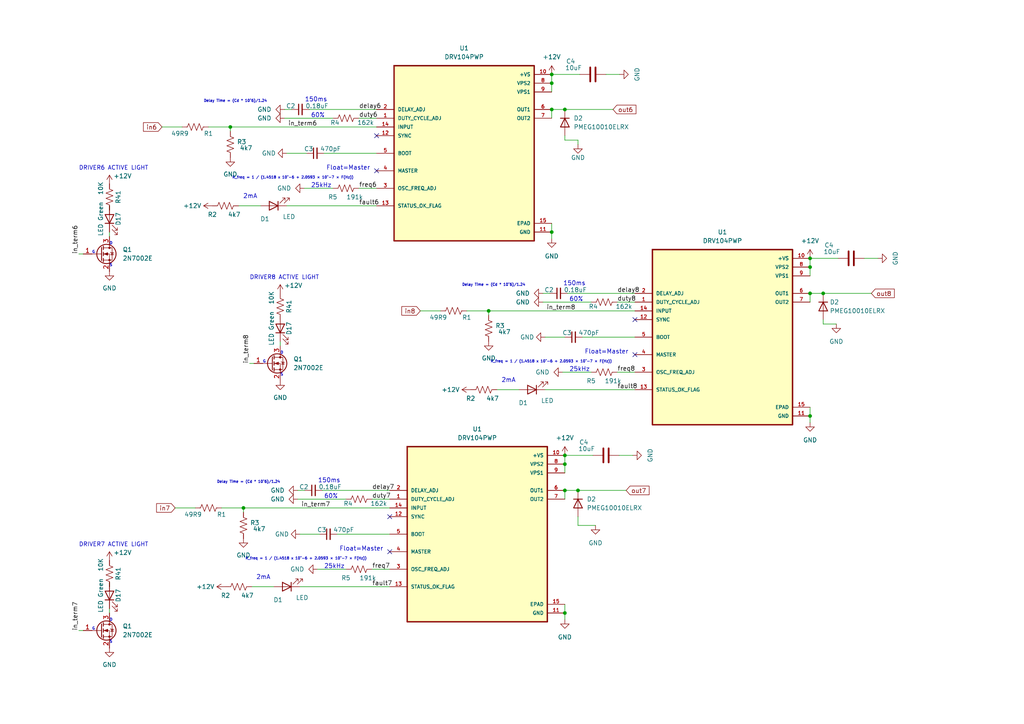
<source format=kicad_sch>
(kicad_sch (version 20230121) (generator eeschema)
  (paper "A4")
  (lib_symbols
    (symbol "DRV104PWP:DRV104PWP" (pin_names (offset 1.016))
      (property "Reference" "U" (at -20.32 26.4 0))
      (property "Value" "DRV104PWP" (at -20.32 -29.4 0))
      (symbol "DRV104PWP_0_0"
        (rectangle (start -20.32 -25.4) (end 20.32 25.4) (stroke (width 0.41)) (fill (type background)))
        (pin input line (at -25.4 10.16 0) (length 5.08) (name "DUTY_CYCLE_ADJ") (number "1"))
        (pin power_in line (at 25.4 22.86 180) (length 5.08) (name "+VS") (number "10"))
        (pin power_in line (at 25.4 -22.86 180) (length 5.08) (name "GND") (number "11"))
        (pin input line (at -25.4 5.08 0) (length 5.08) (name "SYNC") (number "12"))
        (pin bidirectional line (at -25.4 -15.24 0) (length 5.08) (name "STATUS_OK_FLAG") (number "13"))
        (pin input line (at -25.4 7.62 0) (length 5.08) (name "INPUT") (number "14"))
        (pin power_in line (at 25.4 -20.32 180) (length 5.08) (name "EPAD") (number "15"))
        (pin input line (at -25.4 12.7 0) (length 5.08) (name "DELAY_ADJ") (number "2"))
        (pin bidirectional line (at -25.4 -10.16 0) (length 5.08) (name "OSC_FREQ_ADJ") (number "3"))
        (pin bidirectional line (at -25.4 -5.08 0) (length 5.08) (name "MASTER") (number "4"))
        (pin bidirectional line (at -25.4 0 0) (length 5.08) (name "BOOT") (number "5"))
        (pin output line (at 25.4 12.7 180) (length 5.08) (name "OUT1") (number "6"))
        (pin output line (at 25.4 10.16 180) (length 5.08) (name "OUT2") (number "7"))
        (pin power_in line (at 25.4 20.32 180) (length 5.08) (name "VPS2") (number "8"))
        (pin power_in line (at 25.4 17.78 180) (length 5.08) (name "VPS1") (number "9"))
      )
    )
    (symbol "Device:C" (pin_numbers hide) (pin_names (offset 0.254))
      (property "Reference" "C" (at 0.635 2.54 0))
      (property "Value" "C" (at 0.635 -2.54 0))
      (symbol "C_0_1"
        (polyline (pts (xy -2.032 -0.762) (xy 2.032 -0.762)) (stroke (width 0.508)))
        (polyline (pts (xy -2.032 0.762) (xy 2.032 0.762)) (stroke (width 0.508)))
      )
      (symbol "C_1_1"
        (pin passive line (at 0 3.81 270) (length 2.794) (name "~") (number "1"))
        (pin passive line (at 0 -3.81 90) (length 2.794) (name "~") (number "2"))
      )
    )
    (symbol "Device:C_Small" (pin_numbers hide) (pin_names (offset 0.254) hide)
      (property "Reference" "C" (at 0.254 1.778 0))
      (property "Value" "C_Small" (at 0.254 -2.032 0))
      (symbol "C_Small_0_1"
        (polyline (pts (xy -1.524 -0.508) (xy 1.524 -0.508)) (stroke (width 0.3302)))
        (polyline (pts (xy -1.524 0.508) (xy 1.524 0.508)) (stroke (width 0.3048)))
      )
      (symbol "C_Small_1_1"
        (pin passive line (at 0 2.54 270) (length 2.032) (name "~") (number "1"))
        (pin passive line (at 0 -2.54 90) (length 2.032) (name "~") (number "2"))
      )
    )
    (symbol "Device:D" (pin_numbers hide) (pin_names (offset 1.016) hide)
      (property "Reference" "D" (at 0 2.54 0))
      (property "Value" "D" (at 0 -2.54 0))
      (symbol "D_0_1"
        (polyline (pts (xy -1.27 1.27) (xy -1.27 -1.27)) (stroke (width 0.254)))
        (polyline (pts (xy 1.27 0) (xy -1.27 0)))
        (polyline (pts (xy 1.27 1.27) (xy 1.27 -1.27) (xy -1.27 0) (xy 1.27 1.27)) (stroke (width 0.254)))
      )
      (symbol "D_1_1"
        (pin passive line (at -3.81 0 0) (length 2.54) (name "K") (number "1"))
        (pin passive line (at 3.81 0 180) (length 2.54) (name "A") (number "2"))
      )
    )
    (symbol "Device:LED" (pin_numbers hide) (pin_names (offset 1.016) hide)
      (property "Reference" "D" (at 0 2.54 0))
      (property "Value" "LED" (at 0 -2.54 0))
      (symbol "LED_0_1"
        (polyline (pts (xy -1.27 -1.27) (xy -1.27 1.27)) (stroke (width 0.254)))
        (polyline (pts (xy -1.27 0) (xy 1.27 0)))
        (polyline (pts (xy 1.27 -1.27) (xy 1.27 1.27) (xy -1.27 0) (xy 1.27 -1.27)) (stroke (width 0.254)))
        (polyline (pts (xy -3.048 -0.762) (xy -4.572 -2.286) (xy -3.81 -2.286) (xy -4.572 -2.286) (xy -4.572 -1.524)))
        (polyline (pts (xy -1.778 -0.762) (xy -3.302 -2.286) (xy -2.54 -2.286) (xy -3.302 -2.286) (xy -3.302 -1.524)))
      )
      (symbol "LED_1_1"
        (pin passive line (at -3.81 0 0) (length 2.54) (name "K") (number "1"))
        (pin passive line (at 3.81 0 180) (length 2.54) (name "A") (number "2"))
      )
    )
    (symbol "Device:R_US" (pin_numbers hide) (pin_names (offset 0))
      (property "Reference" "R" (at 2.54 0 90))
      (property "Value" "R_US" (at -2.54 0 90))
      (symbol "R_US_0_1"
        (polyline (pts (xy 0 -2.286) (xy 0 -2.54)))
        (polyline (pts (xy 0 2.286) (xy 0 2.54)))
        (polyline (pts (xy 0 -0.762) (xy 1.016 -1.143) (xy 0 -1.524) (xy -1.016 -1.905) (xy 0 -2.286)))
        (polyline (pts (xy 0 0.762) (xy 1.016 0.381) (xy 0 0) (xy -1.016 -0.381) (xy 0 -0.762)))
        (polyline (pts (xy 0 2.286) (xy 1.016 1.905) (xy 0 1.524) (xy -1.016 1.143) (xy 0 0.762)))
      )
      (symbol "R_US_1_1"
        (pin passive line (at 0 3.81 270) (length 1.27) (name "~") (number "1"))
        (pin passive line (at 0 -3.81 90) (length 1.27) (name "~") (number "2"))
      )
    )
    (symbol "Transistor_FET:2N7002E" (pin_names hide)
      (property "Reference" "Q" (at 5.08 1.905 0))
      (property "Value" "2N7002E" (at 5.08 0 0))
      (symbol "2N7002E_0_1"
        (polyline (pts (xy 0.254 0) (xy -2.54 0)))
        (polyline (pts (xy 0.254 1.905) (xy 0.254 -1.905)) (stroke (width 0.254)))
        (polyline (pts (xy 0.762 -1.27) (xy 0.762 -2.286)) (stroke (width 0.254)))
        (polyline (pts (xy 0.762 0.508) (xy 0.762 -0.508)) (stroke (width 0.254)))
        (polyline (pts (xy 0.762 2.286) (xy 0.762 1.27)) (stroke (width 0.254)))
        (polyline (pts (xy 2.54 2.54) (xy 2.54 1.778)))
        (polyline (pts (xy 2.54 -2.54) (xy 2.54 0) (xy 0.762 0)))
        (polyline (pts (xy 0.762 -1.778) (xy 3.302 -1.778) (xy 3.302 1.778) (xy 0.762 1.778)))
        (polyline (pts (xy 1.016 0) (xy 2.032 0.381) (xy 2.032 -0.381) (xy 1.016 0)) (fill (type outline)))
        (polyline (pts (xy 2.794 0.508) (xy 2.921 0.381) (xy 3.683 0.381) (xy 3.81 0.254)))
        (polyline (pts (xy 3.302 0.381) (xy 2.921 -0.254) (xy 3.683 -0.254) (xy 3.302 0.381)))
        (circle (center 1.651 0) (radius 2.794) (stroke (width 0.254)))
        (circle (center 2.54 -1.778) (radius 0.254) (fill (type outline)))
        (circle (center 2.54 1.778) (radius 0.254) (fill (type outline)))
      )
      (symbol "2N7002E_1_1"
        (pin input line (at -5.08 0 0) (length 2.54) (name "G") (number "1"))
        (pin passive line (at 2.54 -5.08 90) (length 2.54) (name "S") (number "2"))
        (pin passive line (at 2.54 5.08 270) (length 2.54) (name "D") (number "3"))
      )
    )
    (symbol "power:+12V" (power) (pin_names (offset 0))
      (property "Value" "+12V" (at 0 3.556 0))
      (symbol "+12V_0_1"
        (polyline (pts (xy -0.762 1.27) (xy 0 2.54)))
        (polyline (pts (xy 0 0) (xy 0 2.54)))
        (polyline (pts (xy 0 2.54) (xy 0.762 1.27)))
      )
      (symbol "+12V_1_1"
        (pin power_in line (at 0 0 90) (length 0) hide (name "+12V") (number "1"))
      )
    )
    (symbol "power:GND" (power) (pin_names (offset 0))
      (property "Value" "GND" (at 0 -3.81 0))
      (symbol "GND_0_1"
        (polyline (pts (xy 0 0) (xy 0 -1.27) (xy 1.27 -1.27) (xy 0 -2.54) (xy -1.27 -1.27) (xy 0 -1.27)))
      )
      (symbol "GND_1_1"
        (pin power_in line (at 0 0 270) (length 0) hide (name "GND") (number "1"))
      )
    )
  )
  (junction (at 234.95 120.65))
  (junction (at 160.02 24.13))
  (junction (at 163.83 31.75))
  (junction (at 163.83 134.62))
  (junction (at 163.83 177.8))
  (junction (at 163.83 142.24))
  (junction (at 70.612 147.32))
  (junction (at 160.02 67.31))
  (junction (at 163.83 132.08))
  (junction (at 160.02 21.59))
  (junction (at 167.64 142.24))
  (junction (at 160.02 31.75))
  (junction (at 66.802 36.83))
  (junction (at 238.76 85.09))
  (junction (at 234.95 74.93))
  (junction (at 141.732 90.17))
  (junction (at 234.95 77.47))
  (junction (at 234.95 85.09))
  (no_connect (at 109.22 49.53))
  (no_connect (at 184.15 92.71))
  (no_connect (at 113.03 149.86))
  (no_connect (at 113.03 160.02))
  (no_connect (at 109.22 39.37))
  (no_connect (at 184.15 102.87))
  (wire (pts (xy 81.28 92.71) (xy 81.28 91.44)))
  (wire (pts (xy 163.83 175.26) (xy 163.83 177.8)))
  (wire (pts (xy 234.95 85.09) (xy 238.76 85.09)))
  (wire (pts (xy 93.472 142.24) (xy 113.03 142.24)))
  (wire (pts (xy 238.76 93.98) (xy 242.57 93.98)))
  (wire (pts (xy 83.185 59.69) (xy 109.22 59.69)))
  (wire (pts (xy 234.95 120.65) (xy 234.95 122.555)))
  (wire (pts (xy 107.95 165.1) (xy 113.03 165.1)))
  (wire (pts (xy 157.48 87.63) (xy 171.45 87.63)))
  (wire (pts (xy 86.995 170.18) (xy 113.03 170.18)))
  (wire (pts (xy 158.115 113.03) (xy 184.15 113.03)))
  (wire (pts (xy 234.95 85.09) (xy 234.95 87.63)))
  (wire (pts (xy 234.95 118.11) (xy 234.95 120.65)))
  (wire (pts (xy 168.148 21.59) (xy 160.02 21.59)))
  (wire (pts (xy 250.698 74.93) (xy 254.635 74.93)))
  (wire (pts (xy 160.02 24.13) (xy 160.02 26.67)))
  (wire (pts (xy 22.86 73.66) (xy 24.13 73.66)))
  (wire (pts (xy 167.64 41.91) (xy 167.64 40.64)))
  (wire (pts (xy 168.91 97.79) (xy 184.15 97.79)))
  (wire (pts (xy 50.8 147.32) (xy 56.642 147.32)))
  (wire (pts (xy 93.98 44.45) (xy 109.22 44.45)))
  (wire (pts (xy 238.76 85.09) (xy 252.73 85.09)))
  (wire (pts (xy 84.582 31.75) (xy 82.55 31.75)))
  (wire (pts (xy 163.195 107.95) (xy 171.45 107.95)))
  (wire (pts (xy 60.452 36.83) (xy 66.802 36.83)))
  (wire (pts (xy 82.55 34.29) (xy 96.52 34.29)))
  (wire (pts (xy 171.958 132.08) (xy 163.83 132.08)))
  (wire (pts (xy 66.802 36.83) (xy 109.22 36.83)))
  (wire (pts (xy 88.392 142.24) (xy 86.36 142.24)))
  (wire (pts (xy 46.99 36.83) (xy 52.832 36.83)))
  (wire (pts (xy 167.64 149.86) (xy 167.64 152.4)))
  (wire (pts (xy 179.578 132.08) (xy 183.515 132.08)))
  (wire (pts (xy 107.95 144.78) (xy 113.03 144.78)))
  (wire (pts (xy 243.078 74.93) (xy 234.95 74.93)))
  (wire (pts (xy 31.75 60.96) (xy 31.75 59.69)))
  (wire (pts (xy 89.662 31.75) (xy 109.22 31.75)))
  (wire (pts (xy 160.02 64.77) (xy 160.02 67.31)))
  (wire (pts (xy 73.025 170.18) (xy 79.375 170.18)))
  (wire (pts (xy 163.83 97.79) (xy 158.115 97.79)))
  (wire (pts (xy 163.83 177.8) (xy 163.83 179.705)))
  (wire (pts (xy 70.612 147.32) (xy 113.03 147.32)))
  (wire (pts (xy 141.732 90.17) (xy 141.732 91.44)))
  (wire (pts (xy 163.83 31.75) (xy 177.8 31.75)))
  (wire (pts (xy 121.92 90.17) (xy 127.762 90.17)))
  (wire (pts (xy 179.07 107.95) (xy 184.15 107.95)))
  (wire (pts (xy 160.02 67.31) (xy 160.02 69.215)))
  (wire (pts (xy 160.02 31.75) (xy 160.02 34.29)))
  (wire (pts (xy 104.14 34.29) (xy 109.22 34.29)))
  (wire (pts (xy 167.64 40.64) (xy 163.83 40.64)))
  (wire (pts (xy 160.02 21.59) (xy 160.02 24.13)))
  (wire (pts (xy 160.02 31.75) (xy 163.83 31.75)))
  (wire (pts (xy 64.262 147.32) (xy 70.612 147.32)))
  (wire (pts (xy 70.612 147.32) (xy 70.612 148.59)))
  (wire (pts (xy 66.802 36.83) (xy 66.802 38.1)))
  (wire (pts (xy 167.64 142.24) (xy 181.61 142.24)))
  (wire (pts (xy 238.76 92.71) (xy 238.76 93.98)))
  (wire (pts (xy 97.79 154.94) (xy 113.03 154.94)))
  (wire (pts (xy 234.95 77.47) (xy 234.95 80.01)))
  (wire (pts (xy 234.95 74.93) (xy 234.95 77.47)))
  (wire (pts (xy 88.265 54.61) (xy 96.52 54.61)))
  (wire (pts (xy 163.83 132.08) (xy 163.83 134.62)))
  (wire (pts (xy 164.592 85.09) (xy 184.15 85.09)))
  (wire (pts (xy 69.215 59.69) (xy 75.565 59.69)))
  (wire (pts (xy 31.75 67.31) (xy 31.75 68.58)))
  (wire (pts (xy 163.83 142.24) (xy 167.64 142.24)))
  (wire (pts (xy 179.07 87.63) (xy 184.15 87.63)))
  (wire (pts (xy 163.83 134.62) (xy 163.83 137.16)))
  (wire (pts (xy 86.36 144.78) (xy 100.33 144.78)))
  (wire (pts (xy 135.382 90.17) (xy 141.732 90.17)))
  (wire (pts (xy 104.14 54.61) (xy 109.22 54.61)))
  (wire (pts (xy 92.71 154.94) (xy 86.995 154.94)))
  (wire (pts (xy 88.9 44.45) (xy 83.185 44.45)))
  (wire (pts (xy 175.768 21.59) (xy 179.705 21.59)))
  (wire (pts (xy 159.512 85.09) (xy 157.48 85.09)))
  (wire (pts (xy 92.075 165.1) (xy 100.33 165.1)))
  (wire (pts (xy 72.39 105.41) (xy 73.66 105.41)))
  (wire (pts (xy 31.75 170.18) (xy 31.75 168.91)))
  (wire (pts (xy 163.83 142.24) (xy 163.83 144.78)))
  (wire (pts (xy 163.83 40.64) (xy 163.83 39.37)))
  (wire (pts (xy 167.64 152.4) (xy 172.72 152.4)))
  (wire (pts (xy 31.75 176.53) (xy 31.75 177.8)))
  (wire (pts (xy 141.732 90.17) (xy 184.15 90.17)))
  (wire (pts (xy 144.145 113.03) (xy 150.495 113.03)))
  (wire (pts (xy 81.28 99.06) (xy 81.28 100.33)))
  (wire (pts (xy 22.86 182.88) (xy 24.13 182.88)))
  (text "G" (at 26.67 73.66 0) (effects (font (size 0.75 0.75)) (justify left bottom)))
  (text "Delay Time = (Cd * 10^6)/1.24" (at 62.865 140.335 0) (effects (font (size 0.75 0.75)) (justify left bottom)))
  (text "25kHz" (at 93.98 165.1 0) (effects (font (size 1.27 1.27)) (justify left bottom)))
  (text "S" (at 81.28 109.22 0) (effects (font (size 0.75 0.75)) (justify left bottom)))
  (text "60%" (at 93.98 144.78 0) (effects (font (size 1.27 1.27)) (justify left bottom)))
  (text "G" (at 76.2 105.41 0) (effects (font (size 0.75 0.75)) (justify left bottom)))
  (text "Delay Time = (Cd * 10^6)/1.24" (at 133.985 83.185 0) (effects (font (size 0.75 0.75)) (justify left bottom)))
  (text "R_freq = 1 / (1.4518 x 10^−6 + 2.0593 × 10^−7 × F(Hz))" (at 71.12 162.56 0) (effects (font (size 0.75 0.75)) (justify left bottom)))
  (text "25kHz" (at 90.17 54.61 0) (effects (font (size 1.27 1.27)) (justify left bottom)))
  (text "150ms" (at 92.202 140.208 0) (effects (font (size 1.27 1.27)) (justify left bottom)))
  (text "25kHz" (at 165.1 107.95 0) (effects (font (size 1.27 1.27)) (justify left bottom)))
  (text "150ms" (at 163.322 83.058 0) (effects (font (size 1.27 1.27)) (justify left bottom)))
  (text "DRIVER7 ACTIVE LIGHT" (at 22.86 158.75 0) (effects (font (size 1.2 1.2)) (justify left bottom)))
  (text "Delay Time = (Cd * 10^6)/1.24" (at 59.055 29.845 0) (effects (font (size 0.75 0.75)) (justify left bottom)))
  (text "R_freq = 1 / (1.4518 x 10^−6 + 2.0593 × 10^−7 × F(Hz))" (at 142.24 105.41 0) (effects (font (size 0.75 0.75)) (justify left bottom)))
  (text "2mA" (at 70.485 57.785 0) (effects (font (size 1.27 1.27)) (justify left bottom)))
  (text "2mA" (at 145.415 111.125 0) (effects (font (size 1.27 1.27)) (justify left bottom)))
  (text "D" (at 31.75 180.34 0) (effects (font (size 0.75 0.75)) (justify left bottom)))
  (text "DRIVER6 ACTIVE LIGHT" (at 22.86 49.53 0) (effects (font (size 1.2 1.2)) (justify left bottom)))
  (text "150ms" (at 88.392 29.718 0) (effects (font (size 1.27 1.27)) (justify left bottom)))
  (text "Float=Master" (at 169.545 102.87 0) (effects (font (size 1.27 1.27)) (justify left bottom)))
  (text "Float=Master" (at 94.615 49.53 0) (effects (font (size 1.27 1.27)) (justify left bottom)))
  (text "S" (at 31.75 186.69 0) (effects (font (size 0.75 0.75)) (justify left bottom)))
  (text "60%" (at 165.1 87.63 0) (effects (font (size 1.27 1.27)) (justify left bottom)))
  (text "D" (at 81.28 102.87 0) (effects (font (size 0.75 0.75)) (justify left bottom)))
  (text "60%" (at 90.17 34.29 0) (effects (font (size 1.27 1.27)) (justify left bottom)))
  (text "Float=Master" (at 98.425 160.02 0) (effects (font (size 1.27 1.27)) (justify left bottom)))
  (text "G" (at 26.67 182.88 0) (effects (font (size 0.75 0.75)) (justify left bottom)))
  (text "DRIVER8 ACTIVE LIGHT" (at 72.39 81.28 0) (effects (font (size 1.2 1.2)) (justify left bottom)))
  (text "S" (at 31.75 77.47 0) (effects (font (size 0.75 0.75)) (justify left bottom)))
  (text "R_freq = 1 / (1.4518 x 10^−6 + 2.0593 × 10^−7 × F(Hz))" (at 67.31 52.07 0) (effects (font (size 0.75 0.75)) (justify left bottom)))
  (text "D" (at 31.75 71.12 0) (effects (font (size 0.75 0.75)) (justify left bottom)))
  (text "2mA" (at 74.295 168.275 0) (effects (font (size 1.27 1.27)) (justify left bottom)))
  (label "fault8" (at 179.07 113.03 0))
  (label "in_term7" (at 22.86 182.88 90))
  (label "in_term8" (at 72.39 105.41 90))
  (label "in_term6" (at 83.566 36.83 0))
  (label "in_term6" (at 22.86 73.66 90))
  (label "delay8" (at 179.07 85.09 0))
  (label "duty6" (at 104.14 34.29 0))
  (label "freq6" (at 104.14 54.61 0))
  (label "in_term8" (at 158.496 90.17 0))
  (label "freq8" (at 179.07 107.95 0))
  (label "fault6" (at 104.14 59.69 0))
  (label "freq7" (at 107.95 165.1 0))
  (label "duty7" (at 107.95 144.78 0))
  (label "duty8" (at 179.07 87.63 0))
  (label "fault7" (at 107.95 170.18 0))
  (label "in_term7" (at 87.376 147.32 0))
  (label "delay6" (at 104.14 31.75 0))
  (label "delay7" (at 107.95 142.24 0))
  (global_label "in7" (shape input) (at 50.8 147.32 180) (property "Intersheetrefs" "${INTERSHEET_REFS}" (effects hide)))
  (global_label "out8" (shape input) (at 252.73 85.09 0) (property "Intersheetrefs" "${INTERSHEET_REFS}" (effects hide)))
  (global_label "in6" (shape input) (at 46.99 36.83 180) (property "Intersheetrefs" "${INTERSHEET_REFS}" (effects hide)))
  (global_label "in8" (shape input) (at 121.92 90.17 180) (property "Intersheetrefs" "${INTERSHEET_REFS}" (effects hide)))
  (global_label "out7" (shape input) (at 181.61 142.24 0) (property "Intersheetrefs" "${INTERSHEET_REFS}" (effects hide)))
  (global_label "out6" (shape input) (at 177.8 31.75 0) (property "Intersheetrefs" "${INTERSHEET_REFS}" (effects hide)))
  (symbol (lib_id "Device:D") (at 167.64 146.05 270) (unit 1)
    (property "Reference" "D2" (at 170.18 144.78 90) (effects (justify left)))
    (property "Value" "PMEG10010ELRX" (at 170.18 147.32 90) (effects (justify left)))
    (property "Footprint" "Diode_SMD:Nexperia_CFP3_SOD-123W" (effects hide))
    (property "Sim.Device" "D" (effects hide))
    (property "Sim.Pins" "1=K 2=A" (effects hide))
    (property "PartNum" "PMEG10010ELRX" (effects hide))
    (property "Mfg" "Nexperia" (effects hide))
    (instances (project "8ch-driver-v0" (path "" (reference "D2") (unit 1)) (path "" (reference "D6") (unit 1)) (path "" (reference "D15") (unit 1))) (project "driver-v0" (path "" (reference "D2") (unit 1))))
  )
  (symbol (lib_id "Device:C_Small") (at 95.25 154.94 90) (unit 1)
    (property "Reference" "C3" (at 93.345 153.67 90))
    (property "Value" "470pF" (at 99.695 153.67 90))
    (property "Footprint" "Capacitor_SMD:C_0805_2012Metric" (effects hide))
    (property "PartNum" "C0805C471K5RAC7800" (effects hide))
    (property "Mfg" "Kemet" (effects hide))
    (instances (project "8ch-driver-v0" (path "" (reference "C3") (unit 1)) (path "" (reference "C9") (unit 1)) (path "" (reference "C20") (unit 1))) (project "driver-v0" (path "" (reference "C5") (unit 1))))
  )
  (symbol (lib_id "power:+12V") (at 31.75 53.34 0) (unit 1)
    (property "Reference" "#PWR092" (effects hide))
    (property "Value" "+12V" (at 35.56 51.054 0))
    (instances (project "8ch-driver-v0" (path "" (reference "#PWR092") (unit 1)) (path "" (reference "#PWR0102") (unit 1))) (project "driver-v0" (path "" (reference "#PWR04") (unit 1))))
  )
  (symbol (lib_id "power:GND") (at 31.75 78.74 0) (unit 1)
    (property "Reference" "#PWR093" (effects hide))
    (property "Value" "GND" (at 31.75 83.566 0))
    (instances (project "8ch-driver-v0" (path "" (reference "#PWR093") (unit 1)) (path "" (reference "#PWR0103") (unit 1))) (project "driver-v0" (path "" (reference "#PWR014") (unit 1))))
  )
  (symbol (lib_id "DRV104PWP:DRV104PWP") (at 134.62 44.45 0) (unit 1)
    (property "Reference" "U1" (at 134.62 13.97 0))
    (property "Value" "DRV104PWP" (at 134.62 16.51 0))
    (property "Footprint" "Solenoid_Driver:IC_TPS27S100BPWPR" (effects hide))
    (property "PartNum" "DRV104PWP" (effects hide))
    (property "Mfg" "TI" (effects hide))
    (instances (project "8ch-driver-v0" (path "" (reference "U1") (unit 1)) (path "" (reference "U5") (unit 1)) (path "" (reference "U6") (unit 1))) (project "driver-v0" (path "" (reference "U1") (unit 1))))
  )
  (symbol (lib_id "power:GND") (at 167.64 41.91 0) (unit 1)
    (property "Reference" "#PWR013" (effects hide))
    (property "Value" "GND" (at 167.64 45.72 0))
    (instances (project "8ch-driver-v0" (path "" (reference "#PWR013") (unit 1)) (path "" (reference "#PWR057") (unit 1)) (path "" (reference "#PWR084") (unit 1))) (project "driver-v0" (path "" (reference "#PWR02") (unit 1))))
  )
  (symbol (lib_id "power:GND") (at 158.115 97.79 270) (unit 1)
    (property "Reference" "#PWR09" (effects hide))
    (property "Value" "GND" (at 154.94 97.79 90) (effects (justify right)))
    (instances (project "8ch-driver-v0" (path "" (reference "#PWR09") (unit 1)) (path "" (reference "#PWR042") (unit 1)) (path "" (reference "#PWR078") (unit 1))) (project "driver-v0" (path "" (reference "#PWR09") (unit 1))))
  )
  (symbol (lib_id "Device:C_Small") (at 90.932 142.24 90) (unit 1)
    (property "Reference" "C2" (at 88.138 141.224 90))
    (property "Value" "0.18uF" (at 95.758 141.224 90))
    (property "Footprint" "Capacitor_SMD:C_0805_2012Metric" (effects hide))
    (property "PartNum" "08053C184KAT2A" (effects hide))
    (property "Mfg" "KYOCERA AVX" (effects hide))
    (instances (project "8ch-driver-v0" (path "" (reference "C2") (unit 1)) (path "" (reference "C8") (unit 1)) (path "" (reference "C18") (unit 1))) (project "driver-v0" (path "" (reference "C4") (unit 1))))
  )
  (symbol (lib_id "power:+12V") (at 234.95 74.93 0) (unit 1)
    (property "Reference" "#PWR011" (effects hide))
    (property "Value" "+12V" (at 234.95 69.85 0))
    (instances (project "8ch-driver-v0" (path "" (reference "#PWR011") (unit 1)) (path "" (reference "#PWR044") (unit 1)) (path "" (reference "#PWR088") (unit 1))) (project "driver-v0" (path "" (reference "#PWR05") (unit 1))))
  )
  (symbol (lib_id "power:+12V") (at 65.405 170.18 90) (unit 1)
    (property "Reference" "#PWR05" (effects hide))
    (property "Value" "+12V" (at 62.23 170.18 90) (effects (justify left)))
    (instances (project "8ch-driver-v0" (path "" (reference "#PWR05") (unit 1)) (path "" (reference "#PWR027") (unit 1)) (path "" (reference "#PWR062") (unit 1))) (project "driver-v0" (path "" (reference "#PWR010") (unit 1))))
  )
  (symbol (lib_id "power:GND") (at 179.705 21.59 90) (unit 1)
    (property "Reference" "#PWR014" (effects hide))
    (property "Value" "GND" (at 184.785 21.59 0))
    (instances (project "8ch-driver-v0" (path "" (reference "#PWR014") (unit 1)) (path "" (reference "#PWR058") (unit 1)) (path "" (reference "#PWR086") (unit 1))) (project "driver-v0" (path "" (reference "#PWR012") (unit 1))))
  )
  (symbol (lib_id "power:GND") (at 254.635 74.93 90) (unit 1)
    (property "Reference" "#PWR014" (effects hide))
    (property "Value" "GND" (at 259.715 74.93 0))
    (instances (project "8ch-driver-v0" (path "" (reference "#PWR014") (unit 1)) (path "" (reference "#PWR047") (unit 1)) (path "" (reference "#PWR091") (unit 1))) (project "driver-v0" (path "" (reference "#PWR012") (unit 1))))
  )
  (symbol (lib_id "Device:R_US") (at 140.335 113.03 90) (unit 1)
    (property "Reference" "R2" (at 136.525 115.57 90))
    (property "Value" "4k7" (at 142.875 115.57 90))
    (property "Footprint" "Resistor_SMD:R_0805_2012Metric" (effects hide))
    (property "PartNum" "RC0805JR-074K7L" (effects hide))
    (property "Mfg" "Yageo" (effects hide))
    (instances (project "8ch-driver-v0" (path "" (reference "R2") (unit 1)) (path "" (reference "R17") (unit 1)) (path "" (reference "R37") (unit 1))) (project "driver-v0" (path "" (reference "R4") (unit 1))))
  )
  (symbol (lib_id "power:GND") (at 82.55 34.29 270) (unit 1)
    (property "Reference" "#PWR08" (effects hide))
    (property "Value" "GND" (at 78.74 34.29 90) (effects (justify right)))
    (instances (project "8ch-driver-v0" (path "" (reference "#PWR08") (unit 1)) (path "" (reference "#PWR052") (unit 1)) (path "" (reference "#PWR066") (unit 1))) (project "driver-v0" (path "" (reference "#PWR07") (unit 1))))
  )
  (symbol (lib_id "Transistor_FET:2N7002E") (at 29.21 73.66 0) (unit 1)
    (property "Reference" "Q1" (at 35.56 72.39 0) (effects (justify left)))
    (property "Value" "2N7002E" (at 35.56 74.93 0) (effects (justify left)))
    (property "Footprint" "Package_TO_SOT_SMD:SOT-23" (effects hide))
    (property "Datasheet" "http://www.diodes.com/assets/Datasheets/ds30376.pdf" (effects hide))
    (instances (project "8ch-driver-v0" (path "" (reference "Q1") (unit 1)) (path "" (reference "Q6") (unit 1))))
  )
  (symbol (lib_id "Device:C_Small") (at 166.37 97.79 90) (unit 1)
    (property "Reference" "C3" (at 164.465 96.52 90))
    (property "Value" "470pF" (at 170.815 96.52 90))
    (property "Footprint" "Capacitor_SMD:C_0805_2012Metric" (effects hide))
    (property "PartNum" "C0805C471K5RAC7800" (effects hide))
    (property "Mfg" "Kemet" (effects hide))
    (instances (project "8ch-driver-v0" (path "" (reference "C3") (unit 1)) (path "" (reference "C12") (unit 1)) (path "" (reference "C22") (unit 1))) (project "driver-v0" (path "" (reference "C5") (unit 1))))
  )
  (symbol (lib_id "Device:LED") (at 31.75 172.72 90) (unit 1)
    (property "Reference" "D17" (at 34.29 172.72 0))
    (property "Value" "LED Green" (at 29.21 172.72 0))
    (property "Footprint" "LED_SMD:LED_0805_2012Metric" (effects hide))
    (property "PartNum" "150080RS75000" (effects hide))
    (property "Mfg" "Wurth" (effects hide))
    (instances (project "8ch-driver-v0" (path "" (reference "D17") (unit 1)) (path "" (reference "D24") (unit 1))) (project "driver-v0" (path "" (reference "D1") (unit 1))))
  )
  (symbol (lib_id "power:+12V") (at 136.525 113.03 90) (unit 1)
    (property "Reference" "#PWR05" (effects hide))
    (property "Value" "+12V" (at 133.35 113.03 90) (effects (justify left)))
    (instances (project "8ch-driver-v0" (path "" (reference "#PWR05") (unit 1)) (path "" (reference "#PWR038") (unit 1)) (path "" (reference "#PWR074") (unit 1))) (project "driver-v0" (path "" (reference "#PWR010") (unit 1))))
  )
  (symbol (lib_id "Transistor_FET:2N7002E") (at 78.74 105.41 0) (unit 1)
    (property "Reference" "Q1" (at 85.09 104.14 0) (effects (justify left)))
    (property "Value" "2N7002E" (at 85.09 106.68 0) (effects (justify left)))
    (property "Footprint" "Package_TO_SOT_SMD:SOT-23" (effects hide))
    (property "Datasheet" "http://www.diodes.com/assets/Datasheets/ds30376.pdf" (effects hide))
    (instances (project "8ch-driver-v0" (path "" (reference "Q1") (unit 1)) (path "" (reference "Q7") (unit 1))))
  )
  (symbol (lib_id "power:GND") (at 157.48 87.63 270) (unit 1)
    (property "Reference" "#PWR08" (effects hide))
    (property "Value" "GND" (at 153.67 87.63 90) (effects (justify right)))
    (instances (project "8ch-driver-v0" (path "" (reference "#PWR08") (unit 1)) (path "" (reference "#PWR041") (unit 1)) (path "" (reference "#PWR077") (unit 1))) (project "driver-v0" (path "" (reference "#PWR07") (unit 1))))
  )
  (symbol (lib_id "power:GND") (at 234.95 122.555 0) (unit 1)
    (property "Reference" "#PWR012" (effects hide))
    (property "Value" "GND" (at 234.95 127.635 0))
    (instances (project "8ch-driver-v0" (path "" (reference "#PWR012") (unit 1)) (path "" (reference "#PWR045") (unit 1)) (path "" (reference "#PWR089") (unit 1))) (project "driver-v0" (path "" (reference "#PWR011") (unit 1))))
  )
  (symbol (lib_id "DRV104PWP:DRV104PWP") (at 209.55 97.79 0) (unit 1)
    (property "Reference" "U1" (at 209.55 67.31 0))
    (property "Value" "DRV104PWP" (at 209.55 69.85 0))
    (property "Footprint" "Solenoid_Driver:IC_TPS27S100BPWPR" (effects hide))
    (property "PartNum" "DRV104PWP" (effects hide))
    (property "Mfg" "TI" (effects hide))
    (instances (project "8ch-driver-v0" (path "" (reference "U1") (unit 1)) (path "" (reference "U4") (unit 1)) (path "" (reference "U8") (unit 1))) (project "driver-v0" (path "" (reference "U1") (unit 1))))
  )
  (symbol (lib_id "power:GND") (at 242.57 93.98 0) (unit 1)
    (property "Reference" "#PWR013" (effects hide))
    (property "Value" "GND" (at 242.57 99.06 0))
    (instances (project "8ch-driver-v0" (path "" (reference "#PWR013") (unit 1)) (path "" (reference "#PWR046") (unit 1)) (path "" (reference "#PWR090") (unit 1))) (project "driver-v0" (path "" (reference "#PWR02") (unit 1))))
  )
  (symbol (lib_id "power:GND") (at 157.48 85.09 270) (unit 1)
    (property "Reference" "#PWR07" (effects hide))
    (property "Value" "GND" (at 153.67 85.09 90) (effects (justify right)))
    (instances (project "8ch-driver-v0" (path "" (reference "#PWR07") (unit 1)) (path "" (reference "#PWR040") (unit 1)) (path "" (reference "#PWR076") (unit 1))) (project "driver-v0" (path "" (reference "#PWR08") (unit 1))))
  )
  (symbol (lib_id "power:+12V") (at 61.595 59.69 90) (unit 1)
    (property "Reference" "#PWR05" (effects hide))
    (property "Value" "+12V" (at 58.42 59.69 90) (effects (justify left)))
    (instances (project "8ch-driver-v0" (path "" (reference "#PWR05") (unit 1)) (path "" (reference "#PWR049") (unit 1)) (path "" (reference "#PWR061") (unit 1))) (project "driver-v0" (path "" (reference "#PWR010") (unit 1))))
  )
  (symbol (lib_id "Device:R_US") (at 56.642 36.83 90) (unit 1)
    (property "Reference" "R1" (at 60.452 38.735 90))
    (property "Value" "49R9" (at 52.197 38.735 90))
    (property "Footprint" "Resistor_SMD:R_0805_2012Metric" (effects hide))
    (property "PartNum" "RC0805FR-0749R9L" (effects hide))
    (property "Mfg" "Yageo" (effects hide))
    (instances (project "8ch-driver-v0" (path "" (reference "R1") (unit 1)) (path "" (reference "R21") (unit 1)) (path "" (reference "R26") (unit 1))) (project "driver-v0" (path "" (reference "R1") (unit 1))))
  )
  (symbol (lib_id "Device:C_Small") (at 87.122 31.75 90) (unit 1)
    (property "Reference" "C2" (at 84.328 30.734 90))
    (property "Value" "0.18uF" (at 91.948 30.734 90))
    (property "Footprint" "Capacitor_SMD:C_0805_2012Metric" (effects hide))
    (property "PartNum" "08053C184KAT2A" (effects hide))
    (property "Mfg" "KYOCERA AVX" (effects hide))
    (instances (project "8ch-driver-v0" (path "" (reference "C2") (unit 1)) (path "" (reference "C14") (unit 1)) (path "" (reference "C17") (unit 1))) (project "driver-v0" (path "" (reference "C4") (unit 1))))
  )
  (symbol (lib_id "power:GND") (at 88.265 54.61 270) (unit 1)
    (property "Reference" "#PWR010" (effects hide))
    (property "Value" "GND" (at 84.455 54.61 90) (effects (justify right)))
    (instances (project "8ch-driver-v0" (path "" (reference "#PWR010") (unit 1)) (path "" (reference "#PWR054") (unit 1)) (path "" (reference "#PWR071") (unit 1))) (project "driver-v0" (path "" (reference "#PWR06") (unit 1))))
  )
  (symbol (lib_id "power:+12V") (at 160.02 21.59 0) (unit 1)
    (property "Reference" "#PWR011" (effects hide))
    (property "Value" "+12V" (at 160.02 16.51 0))
    (instances (project "8ch-driver-v0" (path "" (reference "#PWR011") (unit 1)) (path "" (reference "#PWR055") (unit 1)) (path "" (reference "#PWR079") (unit 1))) (project "driver-v0" (path "" (reference "#PWR05") (unit 1))))
  )
  (symbol (lib_id "Device:R_US") (at 69.215 170.18 90) (unit 1)
    (property "Reference" "R2" (at 65.405 172.72 90))
    (property "Value" "4k7" (at 71.755 172.72 90))
    (property "Footprint" "Resistor_SMD:R_0805_2012Metric" (effects hide))
    (property "PartNum" "RC0805JR-074K7L" (effects hide))
    (property "Mfg" "Yageo" (effects hide))
    (instances (project "8ch-driver-v0" (path "" (reference "R2") (unit 1)) (path "" (reference "R12") (unit 1)) (path "" (reference "R30") (unit 1))) (project "driver-v0" (path "" (reference "R4") (unit 1))))
  )
  (symbol (lib_id "Device:R_US") (at 131.572 90.17 90) (unit 1)
    (property "Reference" "R1" (at 135.382 92.075 90))
    (property "Value" "49R9" (at 127.127 92.075 90))
    (property "Footprint" "Resistor_SMD:R_0805_2012Metric" (effects hide))
    (property "PartNum" "RC0805FR-0749R9L" (effects hide))
    (property "Mfg" "Yageo" (effects hide))
    (instances (project "8ch-driver-v0" (path "" (reference "R1") (unit 1)) (path "" (reference "R16") (unit 1)) (path "" (reference "R36") (unit 1))) (project "driver-v0" (path "" (reference "R1") (unit 1))))
  )
  (symbol (lib_id "Device:LED") (at 79.375 59.69 180) (unit 1)
    (property "Reference" "D1" (at 76.835 63.5 0))
    (property "Value" "LED" (at 83.82 62.865 0))
    (property "Footprint" "LED_SMD:LED_0805_2012Metric" (effects hide))
    (property "PartNum" "150080RS75000" (effects hide))
    (property "Mfg" "Wurth" (effects hide))
    (instances (project "8ch-driver-v0" (path "" (reference "D1") (unit 1)) (path "" (reference "D9") (unit 1)) (path "" (reference "D11") (unit 1))) (project "driver-v0" (path "" (reference "D1") (unit 1))))
  )
  (symbol (lib_id "Device:R_US") (at 66.802 41.91 180) (unit 1)
    (property "Reference" "R3" (at 70.104 41.148 0))
    (property "Value" "4k7" (at 71.374 42.926 0))
    (property "Footprint" "Resistor_SMD:R_0805_2012Metric" (effects hide))
    (property "PartNum" "RC0805JR-074K7L" (effects hide))
    (property "Mfg" "Yageo" (effects hide))
    (instances (project "8ch-driver-v0" (path "" (reference "R3") (unit 1)) (path "" (reference "R23") (unit 1)) (path "" (reference "R29") (unit 1))) (project "driver-v0" (path "" (reference "R5") (unit 1))))
  )
  (symbol (lib_id "Device:R_US") (at 104.14 165.1 90) (unit 1)
    (property "Reference" "R5" (at 100.33 167.64 90))
    (property "Value" "191k" (at 106.68 167.64 90))
    (property "Footprint" "Resistor_SMD:R_0805_2012Metric" (effects hide))
    (property "PartNum" "RC0805FR-07191KL" (effects hide))
    (property "Mfg" "Yageo" (effects hide))
    (instances (project "8ch-driver-v0" (path "" (reference "R5") (unit 1)) (path "" (reference "R15") (unit 1)) (path "" (reference "R35") (unit 1))) (project "driver-v0" (path "" (reference "R2") (unit 1))))
  )
  (symbol (lib_id "power:+12V") (at 81.28 85.09 0) (unit 1)
    (property "Reference" "#PWR092" (effects hide))
    (property "Value" "+12V" (at 85.09 82.804 0))
    (instances (project "8ch-driver-v0" (path "" (reference "#PWR092") (unit 1)) (path "" (reference "#PWR0104") (unit 1))) (project "driver-v0" (path "" (reference "#PWR04") (unit 1))))
  )
  (symbol (lib_id "power:GND") (at 183.515 132.08 90) (unit 1)
    (property "Reference" "#PWR014" (effects hide))
    (property "Value" "GND" (at 188.595 132.08 0))
    (instances (project "8ch-driver-v0" (path "" (reference "#PWR014") (unit 1)) (path "" (reference "#PWR036") (unit 1)) (path "" (reference "#PWR087") (unit 1))) (project "driver-v0" (path "" (reference "#PWR012") (unit 1))))
  )
  (symbol (lib_id "Device:R_US") (at 104.14 144.78 90) (unit 1)
    (property "Reference" "R4" (at 100.965 146.05 90))
    (property "Value" "162k" (at 109.855 146.05 90))
    (property "Footprint" "Resistor_SMD:R_0805_2012Metric" (effects hide))
    (property "PartNum" "RC0805FR-07162KL" (effects hide))
    (property "Mfg" "Yageo" (effects hide))
    (instances (project "8ch-driver-v0" (path "" (reference "R4") (unit 1)) (path "" (reference "R14") (unit 1)) (path "" (reference "R34") (unit 1))) (project "driver-v0" (path "" (reference "R3") (unit 1))))
  )
  (symbol (lib_id "Device:C_Small") (at 162.052 85.09 90) (unit 1)
    (property "Reference" "C2" (at 159.258 84.074 90))
    (property "Value" "0.18uF" (at 166.878 84.074 90))
    (property "Footprint" "Capacitor_SMD:C_0805_2012Metric" (effects hide))
    (property "PartNum" "08053C184KAT2A" (effects hide))
    (property "Mfg" "KYOCERA AVX" (effects hide))
    (instances (project "8ch-driver-v0" (path "" (reference "C2") (unit 1)) (path "" (reference "C11") (unit 1)) (path "" (reference "C21") (unit 1))) (project "driver-v0" (path "" (reference "C4") (unit 1))))
  )
  (symbol (lib_id "power:GND") (at 81.28 110.49 0) (unit 1)
    (property "Reference" "#PWR093" (effects hide))
    (property "Value" "GND" (at 81.28 115.316 0))
    (instances (project "8ch-driver-v0" (path "" (reference "#PWR093") (unit 1)) (path "" (reference "#PWR0105") (unit 1))) (project "driver-v0" (path "" (reference "#PWR014") (unit 1))))
  )
  (symbol (lib_id "Device:R_US") (at 81.28 88.9 0) (unit 1)
    (property "Reference" "R41" (at 83.82 88.9 90))
    (property "Value" "10K" (at 78.74 86.36 90))
    (property "Footprint" "Resistor_SMD:R_0805_2012Metric" (effects hide))
    (property "PartNum" "RC0805FR-07162KL" (effects hide))
    (property "Mfg" "Yageo" (effects hide))
    (instances (project "8ch-driver-v0" (path "" (reference "R41") (unit 1)) (path "" (reference "R47") (unit 1))) (project "driver-v0" (path "" (reference "R3") (unit 1))))
  )
  (symbol (lib_id "Device:R_US") (at 70.612 152.4 180) (unit 1)
    (property "Reference" "R3" (at 73.914 151.638 0))
    (property "Value" "4k7" (at 75.184 153.416 0))
    (property "Footprint" "Resistor_SMD:R_0805_2012Metric" (effects hide))
    (property "PartNum" "RC0805JR-074K7L" (effects hide))
    (property "Mfg" "Yageo" (effects hide))
    (instances (project "8ch-driver-v0" (path "" (reference "R3") (unit 1)) (path "" (reference "R13") (unit 1)) (path "" (reference "R31") (unit 1))) (project "driver-v0" (path "" (reference "R5") (unit 1))))
  )
  (symbol (lib_id "Device:D") (at 238.76 88.9 270) (unit 1)
    (property "Reference" "D2" (at 240.665 87.63 90) (effects (justify left)))
    (property "Value" "PMEG10010ELRX" (at 240.665 90.17 90) (effects (justify left)))
    (property "Footprint" "Diode_SMD:Nexperia_CFP3_SOD-123W" (effects hide))
    (property "Sim.Device" "D" (effects hide))
    (property "Sim.Pins" "1=K 2=A" (effects hide))
    (property "PartNum" "PMEG10010ELRX" (effects hide))
    (property "Mfg" "Nexperia" (effects hide))
    (instances (project "8ch-driver-v0" (path "" (reference "D2") (unit 1)) (path "" (reference "D8") (unit 1)) (path "" (reference "D16") (unit 1))) (project "driver-v0" (path "" (reference "D2") (unit 1))))
  )
  (symbol (lib_id "Device:R_US") (at 65.405 59.69 90) (unit 1)
    (property "Reference" "R2" (at 61.595 62.23 90))
    (property "Value" "4k7" (at 67.945 62.23 90))
    (property "Footprint" "Resistor_SMD:R_0805_2012Metric" (effects hide))
    (property "PartNum" "RC0805JR-074K7L" (effects hide))
    (property "Mfg" "Yageo" (effects hide))
    (instances (project "8ch-driver-v0" (path "" (reference "R2") (unit 1)) (path "" (reference "R22") (unit 1)) (path "" (reference "R28") (unit 1))) (project "driver-v0" (path "" (reference "R4") (unit 1))))
  )
  (symbol (lib_id "power:GND") (at 83.185 44.45 270) (unit 1)
    (property "Reference" "#PWR09" (effects hide))
    (property "Value" "GND" (at 80.01 44.45 90) (effects (justify right)))
    (instances (project "8ch-driver-v0" (path "" (reference "#PWR09") (unit 1)) (path "" (reference "#PWR053") (unit 1)) (path "" (reference "#PWR067") (unit 1))) (project "driver-v0" (path "" (reference "#PWR09") (unit 1))))
  )
  (symbol (lib_id "Device:LED") (at 154.305 113.03 180) (unit 1)
    (property "Reference" "D1" (at 151.765 116.84 0))
    (property "Value" "LED" (at 158.75 116.205 0))
    (property "Footprint" "LED_SMD:LED_0805_2012Metric" (effects hide))
    (property "PartNum" "150080RS75000" (effects hide))
    (property "Mfg" "Wurth" (effects hide))
    (instances (project "8ch-driver-v0" (path "" (reference "D1") (unit 1)) (path "" (reference "D7") (unit 1)) (path "" (reference "D13") (unit 1))) (project "driver-v0" (path "" (reference "D1") (unit 1))))
  )
  (symbol (lib_id "Device:R_US") (at 31.75 166.37 0) (unit 1)
    (property "Reference" "R41" (at 34.29 166.37 90))
    (property "Value" "10K" (at 29.21 163.83 90))
    (property "Footprint" "Resistor_SMD:R_0805_2012Metric" (effects hide))
    (property "PartNum" "RC0805FR-07162KL" (effects hide))
    (property "Mfg" "Yageo" (effects hide))
    (instances (project "8ch-driver-v0" (path "" (reference "R41") (unit 1)) (path "" (reference "R48") (unit 1))) (project "driver-v0" (path "" (reference "R3") (unit 1))))
  )
  (symbol (lib_id "power:GND") (at 86.995 154.94 270) (unit 1)
    (property "Reference" "#PWR09" (effects hide))
    (property "Value" "GND" (at 83.82 154.94 90) (effects (justify right)))
    (instances (project "8ch-driver-v0" (path "" (reference "#PWR09") (unit 1)) (path "" (reference "#PWR031") (unit 1)) (path "" (reference "#PWR070") (unit 1))) (project "driver-v0" (path "" (reference "#PWR09") (unit 1))))
  )
  (symbol (lib_id "power:GND") (at 82.55 31.75 270) (unit 1)
    (property "Reference" "#PWR07" (effects hide))
    (property "Value" "GND" (at 78.74 31.75 90) (effects (justify right)))
    (instances (project "8ch-driver-v0" (path "" (reference "#PWR07") (unit 1)) (path "" (reference "#PWR051") (unit 1)) (path "" (reference "#PWR065") (unit 1))) (project "driver-v0" (path "" (reference "#PWR08") (unit 1))))
  )
  (symbol (lib_id "power:GND") (at 66.802 45.72 0) (unit 1)
    (property "Reference" "#PWR06" (effects hide))
    (property "Value" "GND" (at 66.802 50.546 0))
    (instances (project "8ch-driver-v0" (path "" (reference "#PWR06") (unit 1)) (path "" (reference "#PWR050") (unit 1)) (path "" (reference "#PWR063") (unit 1))) (project "driver-v0" (path "" (reference "#PWR014") (unit 1))))
  )
  (symbol (lib_id "Device:C") (at 171.958 21.59 90) (unit 1)
    (property "Reference" "C4" (at 166.878 17.78 90) (effects (justify left)))
    (property "Value" "10uF" (at 168.783 19.685 90) (effects (justify left)))
    (property "Footprint" "Capacitor_SMD:C_1210_3225Metric" (effects hide))
    (property "PartNum" "CL32A106KLULNNE" (effects hide))
    (property "Mfg" "Samsung Electro-Mechanics" (effects hide))
    (instances (project "8ch-driver-v0" (path "" (reference "C4") (unit 1)) (path "" (reference "C16") (unit 1)) (path "" (reference "C23") (unit 1))) (project "driver-v0" (path "" (reference "C3") (unit 1))))
  )
  (symbol (lib_id "Device:R_US") (at 175.26 87.63 90) (unit 1)
    (property "Reference" "R4" (at 172.085 88.9 90))
    (property "Value" "162k" (at 180.975 88.9 90))
    (property "Footprint" "Resistor_SMD:R_0805_2012Metric" (effects hide))
    (property "PartNum" "RC0805FR-07162KL" (effects hide))
    (property "Mfg" "Yageo" (effects hide))
    (instances (project "8ch-driver-v0" (path "" (reference "R4") (unit 1)) (path "" (reference "R19") (unit 1)) (path "" (reference "R39") (unit 1))) (project "driver-v0" (path "" (reference "R3") (unit 1))))
  )
  (symbol (lib_id "Device:R_US") (at 175.26 107.95 90) (unit 1)
    (property "Reference" "R5" (at 171.45 110.49 90))
    (property "Value" "191k" (at 177.8 110.49 90))
    (property "Footprint" "Resistor_SMD:R_0805_2012Metric" (effects hide))
    (property "PartNum" "RC0805FR-07191KL" (effects hide))
    (property "Mfg" "Yageo" (effects hide))
    (instances (project "8ch-driver-v0" (path "" (reference "R5") (unit 1)) (path "" (reference "R20") (unit 1)) (path "" (reference "R40") (unit 1))) (project "driver-v0" (path "" (reference "R2") (unit 1))))
  )
  (symbol (lib_id "power:GND") (at 163.195 107.95 270) (unit 1)
    (property "Reference" "#PWR010" (effects hide))
    (property "Value" "GND" (at 159.385 107.95 90) (effects (justify right)))
    (instances (project "8ch-driver-v0" (path "" (reference "#PWR010") (unit 1)) (path "" (reference "#PWR043") (unit 1)) (path "" (reference "#PWR083") (unit 1))) (project "driver-v0" (path "" (reference "#PWR06") (unit 1))))
  )
  (symbol (lib_id "Transistor_FET:2N7002E") (at 29.21 182.88 0) (unit 1)
    (property "Reference" "Q1" (at 35.56 181.61 0) (effects (justify left)))
    (property "Value" "2N7002E" (at 35.56 184.15 0) (effects (justify left)))
    (property "Footprint" "Package_TO_SOT_SMD:SOT-23" (effects hide))
    (property "Datasheet" "http://www.diodes.com/assets/Datasheets/ds30376.pdf" (effects hide))
    (instances (project "8ch-driver-v0" (path "" (reference "Q1") (unit 1)) (path "" (reference "Q8") (unit 1))))
  )
  (symbol (lib_id "power:GND") (at 160.02 69.215 0) (unit 1)
    (property "Reference" "#PWR012" (effects hide))
    (property "Value" "GND" (at 160.02 74.295 0))
    (instances (project "8ch-driver-v0" (path "" (reference "#PWR012") (unit 1)) (path "" (reference "#PWR056") (unit 1)) (path "" (reference "#PWR080") (unit 1))) (project "driver-v0" (path "" (reference "#PWR011") (unit 1))))
  )
  (symbol (lib_id "Device:R_US") (at 31.75 57.15 0) (unit 1)
    (property "Reference" "R41" (at 34.29 57.15 90))
    (property "Value" "10K" (at 29.21 54.61 90))
    (property "Footprint" "Resistor_SMD:R_0805_2012Metric" (effects hide))
    (property "PartNum" "RC0805FR-07162KL" (effects hide))
    (property "Mfg" "Yageo" (effects hide))
    (instances (project "8ch-driver-v0" (path "" (reference "R41") (unit 1)) (path "" (reference "R46") (unit 1))) (project "driver-v0" (path "" (reference "R3") (unit 1))))
  )
  (symbol (lib_id "power:GND") (at 141.732 99.06 0) (unit 1)
    (property "Reference" "#PWR06" (effects hide))
    (property "Value" "GND" (at 141.732 103.886 0))
    (instances (project "8ch-driver-v0" (path "" (reference "#PWR06") (unit 1)) (path "" (reference "#PWR039") (unit 1)) (path "" (reference "#PWR075") (unit 1))) (project "driver-v0" (path "" (reference "#PWR014") (unit 1))))
  )
  (symbol (lib_id "power:GND") (at 172.72 152.4 0) (unit 1)
    (property "Reference" "#PWR013" (effects hide))
    (property "Value" "GND" (at 172.72 157.48 0))
    (instances (project "8ch-driver-v0" (path "" (reference "#PWR013") (unit 1)) (path "" (reference "#PWR035") (unit 1)) (path "" (reference "#PWR085") (unit 1))) (project "driver-v0" (path "" (reference "#PWR02") (unit 1))))
  )
  (symbol (lib_id "Device:LED") (at 31.75 63.5 90) (unit 1)
    (property "Reference" "D17" (at 34.29 63.5 0))
    (property "Value" "LED Green" (at 29.21 63.5 0))
    (property "Footprint" "LED_SMD:LED_0805_2012Metric" (effects hide))
    (property "PartNum" "150080RS75000" (effects hide))
    (property "Mfg" "Wurth" (effects hide))
    (instances (project "8ch-driver-v0" (path "" (reference "D17") (unit 1)) (path "" (reference "D22") (unit 1))) (project "driver-v0" (path "" (reference "D1") (unit 1))))
  )
  (symbol (lib_id "power:GND") (at 92.075 165.1 270) (unit 1)
    (property "Reference" "#PWR010" (effects hide))
    (property "Value" "GND" (at 88.265 165.1 90) (effects (justify right)))
    (instances (project "8ch-driver-v0" (path "" (reference "#PWR010") (unit 1)) (path "" (reference "#PWR032") (unit 1)) (path "" (reference "#PWR072") (unit 1))) (project "driver-v0" (path "" (reference "#PWR06") (unit 1))))
  )
  (symbol (lib_id "power:+12V") (at 163.83 132.08 0) (unit 1)
    (property "Reference" "#PWR011" (effects hide))
    (property "Value" "+12V" (at 163.83 127 0))
    (instances (project "8ch-driver-v0" (path "" (reference "#PWR011") (unit 1)) (path "" (reference "#PWR033") (unit 1)) (path "" (reference "#PWR081") (unit 1))) (project "driver-v0" (path "" (reference "#PWR05") (unit 1))))
  )
  (symbol (lib_id "Device:C") (at 175.768 132.08 90) (unit 1)
    (property "Reference" "C4" (at 170.688 128.27 90) (effects (justify left)))
    (property "Value" "10uF" (at 172.593 130.175 90) (effects (justify left)))
    (property "Footprint" "Capacitor_SMD:C_1210_3225Metric" (effects hide))
    (property "PartNum" "CL32A106KLULNNE" (effects hide))
    (property "Mfg" "Samsung Electro-Mechanics" (effects hide))
    (instances (project "8ch-driver-v0" (path "" (reference "C4") (unit 1)) (path "" (reference "C10") (unit 1)) (path "" (reference "C24") (unit 1))) (project "driver-v0" (path "" (reference "C3") (unit 1))))
  )
  (symbol (lib_id "power:GND") (at 70.612 156.21 0) (unit 1)
    (property "Reference" "#PWR06" (effects hide))
    (property "Value" "GND" (at 70.612 161.036 0))
    (instances (project "8ch-driver-v0" (path "" (reference "#PWR06") (unit 1)) (path "" (reference "#PWR028") (unit 1)) (path "" (reference "#PWR064") (unit 1))) (project "driver-v0" (path "" (reference "#PWR014") (unit 1))))
  )
  (symbol (lib_id "Device:LED") (at 81.28 95.25 90) (unit 1)
    (property "Reference" "D17" (at 83.82 95.25 0))
    (property "Value" "LED Green" (at 78.74 95.25 0))
    (property "Footprint" "LED_SMD:LED_0805_2012Metric" (effects hide))
    (property "PartNum" "150080RS75000" (effects hide))
    (property "Mfg" "Wurth" (effects hide))
    (instances (project "8ch-driver-v0" (path "" (reference "D17") (unit 1)) (path "" (reference "D23") (unit 1))) (project "driver-v0" (path "" (reference "D1") (unit 1))))
  )
  (symbol (lib_id "Device:R_US") (at 60.452 147.32 90) (unit 1)
    (property "Reference" "R1" (at 64.262 149.225 90))
    (property "Value" "49R9" (at 56.007 149.225 90))
    (property "Footprint" "Resistor_SMD:R_0805_2012Metric" (effects hide))
    (property "PartNum" "RC0805FR-0749R9L" (effects hide))
    (property "Mfg" "Yageo" (effects hide))
    (instances (project "8ch-driver-v0" (path "" (reference "R1") (unit 1)) (path "" (reference "R11") (unit 1)) (path "" (reference "R27") (unit 1))) (project "driver-v0" (path "" (reference "R1") (unit 1))))
  )
  (symbol (lib_id "Device:R_US") (at 141.732 95.25 180) (unit 1)
    (property "Reference" "R3" (at 145.034 94.488 0))
    (property "Value" "4k7" (at 146.304 96.266 0))
    (property "Footprint" "Resistor_SMD:R_0805_2012Metric" (effects hide))
    (property "PartNum" "RC0805JR-074K7L" (effects hide))
    (property "Mfg" "Yageo" (effects hide))
    (instances (project "8ch-driver-v0" (path "" (reference "R3") (unit 1)) (path "" (reference "R18") (unit 1)) (path "" (reference "R38") (unit 1))) (project "driver-v0" (path "" (reference "R5") (unit 1))))
  )
  (symbol (lib_id "DRV104PWP:DRV104PWP") (at 138.43 154.94 0) (unit 1)
    (property "Reference" "U1" (at 138.43 124.46 0))
    (property "Value" "DRV104PWP" (at 138.43 127 0))
    (property "Footprint" "Solenoid_Driver:IC_TPS27S100BPWPR" (effects hide))
    (property "PartNum" "DRV104PWP" (effects hide))
    (property "Mfg" "TI" (effects hide))
    (instances (project "8ch-driver-v0" (path "" (reference "U1") (unit 1)) (path "" (reference "U3") (unit 1)) (path "" (reference "U7") (unit 1))) (project "driver-v0" (path "" (reference "U1") (unit 1))))
  )
  (symbol (lib_id "Device:C_Small") (at 91.44 44.45 90) (unit 1)
    (property "Reference" "C3" (at 89.535 43.18 90))
    (property "Value" "470pF" (at 95.885 43.18 90))
    (property "Footprint" "Capacitor_SMD:C_0805_2012Metric" (effects hide))
    (property "PartNum" "C0805C471K5RAC7800" (effects hide))
    (property "Mfg" "Kemet" (effects hide))
    (instances (project "8ch-driver-v0" (path "" (reference "C3") (unit 1)) (path "" (reference "C15") (unit 1)) (path "" (reference "C19") (unit 1))) (project "driver-v0" (path "" (reference "C5") (unit 1))))
  )
  (symbol (lib_id "Device:D") (at 163.83 35.56 270) (unit 1)
    (property "Reference" "D2" (at 166.37 34.29 90) (effects (justify left)))
    (property "Value" "PMEG10010ELRX" (at 166.37 36.83 90) (effects (justify left)))
    (property "Footprint" "Diode_SMD:Nexperia_CFP3_SOD-123W" (effects hide))
    (property "Sim.Device" "D" (effects hide))
    (property "Sim.Pins" "1=K 2=A" (effects hide))
    (property "PartNum" "PMEG10010ELRX" (effects hide))
    (property "Mfg" "Nexperia" (effects hide))
    (instances (project "8ch-driver-v0" (path "" (reference "D2") (unit 1)) (path "" (reference "D10") (unit 1)) (path "" (reference "D14") (unit 1))) (project "driver-v0" (path "" (reference "D2") (unit 1))))
  )
  (symbol (lib_id "power:GND") (at 86.36 144.78 270) (unit 1)
    (property "Reference" "#PWR08" (effects hide))
    (property "Value" "GND" (at 82.55 144.78 90) (effects (justify right)))
    (instances (project "8ch-driver-v0" (path "" (reference "#PWR08") (unit 1)) (path "" (reference "#PWR030") (unit 1)) (path "" (reference "#PWR069") (unit 1))) (project "driver-v0" (path "" (reference "#PWR07") (unit 1))))
  )
  (symbol (lib_id "power:GND") (at 86.36 142.24 270) (unit 1)
    (property "Reference" "#PWR07" (effects hide))
    (property "Value" "GND" (at 82.55 142.24 90) (effects (justify right)))
    (instances (project "8ch-driver-v0" (path "" (reference "#PWR07") (unit 1)) (path "" (reference "#PWR029") (unit 1)) (path "" (reference "#PWR068") (unit 1))) (project "driver-v0" (path "" (reference "#PWR08") (unit 1))))
  )
  (symbol (lib_id "Device:R_US") (at 100.33 54.61 90) (unit 1)
    (property "Reference" "R5" (at 96.52 57.15 90))
    (property "Value" "191k" (at 102.87 57.15 90))
    (property "Footprint" "Resistor_SMD:R_0805_2012Metric" (effects hide))
    (property "PartNum" "RC0805FR-07191KL" (effects hide))
    (property "Mfg" "Yageo" (effects hide))
    (instances (project "8ch-driver-v0" (path "" (reference "R5") (unit 1)) (path "" (reference "R25") (unit 1)) (path "" (reference "R33") (unit 1))) (project "driver-v0" (path "" (reference "R2") (unit 1))))
  )
  (symbol (lib_id "power:GND") (at 163.83 179.705 0) (unit 1)
    (property "Reference" "#PWR012" (effects hide))
    (property "Value" "GND" (at 163.83 184.785 0))
    (instances (project "8ch-driver-v0" (path "" (reference "#PWR012") (unit 1)) (path "" (reference "#PWR034") (unit 1)) (path "" (reference "#PWR082") (unit 1))) (project "driver-v0" (path "" (reference "#PWR011") (unit 1))))
  )
  (symbol (lib_id "Device:R_US") (at 100.33 34.29 90) (unit 1)
    (property "Reference" "R4" (at 97.155 35.56 90))
    (property "Value" "162k" (at 106.045 35.56 90))
    (property "Footprint" "Resistor_SMD:R_0805_2012Metric" (effects hide))
    (property "PartNum" "RC0805FR-07162KL" (effects hide))
    (property "Mfg" "Yageo" (effects hide))
    (instances (project "8ch-driver-v0" (path "" (reference "R4") (unit 1)) (path "" (reference "R24") (unit 1)) (path "" (reference "R32") (unit 1))) (project "driver-v0" (path "" (reference "R3") (unit 1))))
  )
  (symbol (lib_id "Device:C") (at 246.888 74.93 90) (unit 1)
    (property "Reference" "C4" (at 241.808 71.12 90) (effects (justify left)))
    (property "Value" "10uF" (at 243.713 73.025 90) (effects (justify left)))
    (property "Footprint" "Capacitor_SMD:C_1210_3225Metric" (effects hide))
    (property "PartNum" "CL32A106KLULNNE" (effects hide))
    (property "Mfg" "Samsung Electro-Mechanics" (effects hide))
    (instances (project "8ch-driver-v0" (path "" (reference "C4") (unit 1)) (path "" (reference "C13") (unit 1)) (path "" (reference "C25") (unit 1))) (project "driver-v0" (path "" (reference "C3") (unit 1))))
  )
  (symbol (lib_id "power:+12V") (at 31.75 162.56 0) (unit 1)
    (property "Reference" "#PWR092" (effects hide))
    (property "Value" "+12V" (at 35.56 160.274 0))
    (instances (project "8ch-driver-v0" (path "" (reference "#PWR092") (unit 1)) (path "" (reference "#PWR0106") (unit 1))) (project "driver-v0" (path "" (reference "#PWR04") (unit 1))))
  )
  (symbol (lib_id "power:GND") (at 31.75 187.96 0) (unit 1)
    (property "Reference" "#PWR093" (effects hide))
    (property "Value" "GND" (at 31.75 192.786 0))
    (instances (project "8ch-driver-v0" (path "" (reference "#PWR093") (unit 1)) (path "" (reference "#PWR0107") (unit 1))) (project "driver-v0" (path "" (reference "#PWR014") (unit 1))))
  )
  (symbol (lib_id "Device:LED") (at 83.185 170.18 180) (unit 1)
    (property "Reference" "D1" (at 80.645 173.99 0))
    (property "Value" "LED" (at 87.63 173.355 0))
    (property "Footprint" "LED_SMD:LED_0805_2012Metric" (effects hide))
    (property "PartNum" "150080RS75000" (effects hide))
    (property "Mfg" "Wurth" (effects hide))
    (instances (project "8ch-driver-v0" (path "" (reference "D1") (unit 1)) (path "" (reference "D5") (unit 1)) (path "" (reference "D12") (unit 1))) (project "driver-v0" (path "" (reference "D1") (unit 1))))
  )
)
</source>
